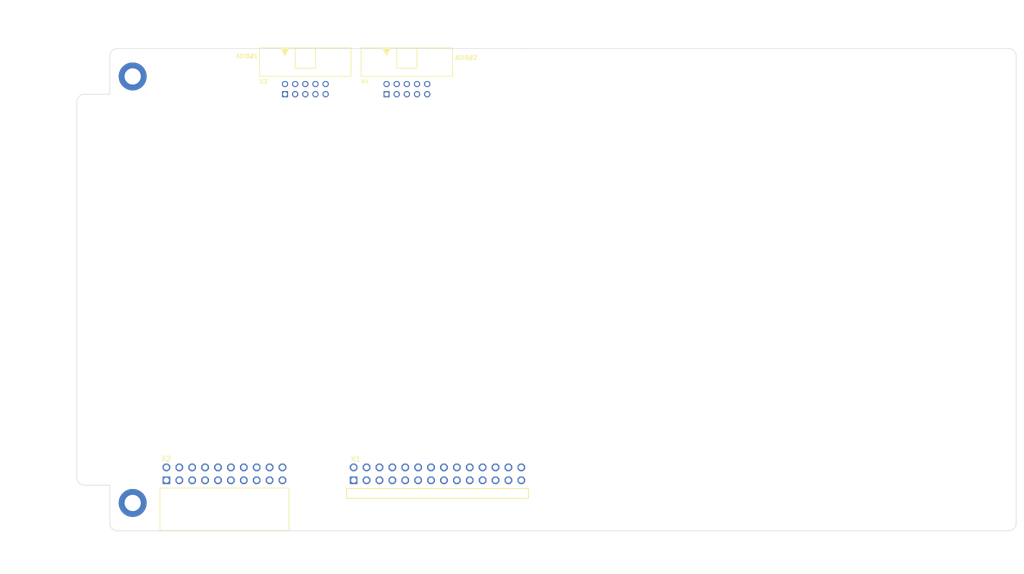
<source format=kicad_pcb>
(kicad_pcb (version 20221018) (generator pcbnew)
  (layers (0 "F.Cu" signal) (31 "B.Cu" signal) (34 "B.Paste" user) (35 "F.Paste" user) (36 "B.SilkS" user "B.Silkscreen") (37 "F.SilkS" user "F.Silkscreen") (38 "B.Mask" user) (39 "F.Mask" user) (44 "Edge.Cuts" user))
  (net 0 "")
  (footprint "PCM_EEZ_connectors:DS1014-10RF1B" (layer "F.Cu") (at 121 65.5)
    (fp_text reference "X4" (at -9.144 -1) (layer "F.SilkS") (effects (font (size 0.8128 0.8128) (thickness 0.1524) bold) (justify left bottom)))
    (fp_text value "87833-1032")
    (fp_line (start -9 -2.52) (end -9 -8.12) (stroke (width 0.1524)) (layer "F.SilkS"))
    (fp_line (start -2 -8.12) (end -9 -8.12) (stroke (width 0.1524)) (layer "F.SilkS"))
    (fp_line (start -2 -8.12) (end -2 -4.12) (stroke (width 0.1524)) (layer "F.SilkS"))
    (fp_line (start -2 -8.12) (end 2 -8.12) (stroke (width 0.1524)) (layer "F.SilkS"))
    (fp_line (start 2 -8.12) (end 2 -4.12) (stroke (width 0.1524)) (layer "F.SilkS"))
    (fp_line (start 2 -8.12) (end 9 -8.12) (stroke (width 0.1524)) (layer "F.SilkS"))
    (fp_line (start 2 -4.12) (end -2 -4.12) (stroke (width 0.1524)) (layer "F.SilkS"))
    (fp_line (start 9 -8.12) (end 9 -2.52) (stroke (width 0.1524)) (layer "F.SilkS"))
    (fp_line (start 9 -2.52) (end -9 -2.52) (stroke (width 0.1524)) (layer "F.SilkS"))
    (fp_poly (pts (xy -4 -6.465063) (xy -4.905833 -8.1635) (xy -3.094167 -8.1635)) (fill solid) (layer "F.SilkS"))
    (pad "1" thru_hole rect locked (at -4 1) (size 1.2 1.2) (drill 0.8) (layers "*.Cu" "*.Mask"))
    (pad "2" thru_hole roundrect locked (at -4 -1) (size 1.2 1.2) (drill 0.8) (layers "*.Cu" "*.Mask") (chamfer_ratio 0.2928932188) (chamfer top_left top_right bottom_left bottom_right))
    (pad "3" thru_hole roundrect locked (at -2 1) (size 1.2 1.2) (drill 0.8) (layers "*.Cu" "*.Mask") (chamfer_ratio 0.2928932188) (chamfer top_left top_right bottom_left bottom_right))
    (pad "4" thru_hole roundrect locked (at -2 -1) (size 1.2 1.2) (drill 0.8) (layers "*.Cu" "*.Mask") (chamfer_ratio 0.2928932188) (chamfer top_left top_right bottom_left bottom_right))
    (pad "5" thru_hole roundrect locked (at 0 1) (size 1.2 1.2) (drill 0.8) (layers "*.Cu" "*.Mask") (chamfer_ratio 0.2928932188) (chamfer top_left top_right bottom_left bottom_right))
    (pad "6" thru_hole roundrect locked (at 0 -1) (size 1.2 1.2) (drill 0.8) (layers "*.Cu" "*.Mask") (chamfer_ratio 0.2928932188) (chamfer top_left top_right bottom_left bottom_right))
    (pad "7" thru_hole roundrect locked (at 2 1) (size 1.2 1.2) (drill 0.8) (layers "*.Cu" "*.Mask") (chamfer_ratio 0.2928932188) (chamfer top_left top_right bottom_left bottom_right))
    (pad "8" thru_hole roundrect locked (at 2 -1) (size 1.2 1.2) (drill 0.8) (layers "*.Cu" "*.Mask") (chamfer_ratio 0.2928932188) (chamfer top_left top_right bottom_left bottom_right))
    (pad "9" thru_hole roundrect locked (at 4 1) (size 1.2 1.2) (drill 0.8) (layers "*.Cu" "*.Mask") (chamfer_ratio 0.2928932188) (chamfer top_left top_right bottom_left bottom_right))
    (pad "10" thru_hole roundrect locked (at 4 -1) (size 1.2 1.2) (drill 0.8) (layers "*.Cu" "*.Mask") (chamfer_ratio 0.2928932188) (chamfer top_left top_right bottom_left bottom_right))
  )
  (footprint "PCM_EEZ_connectors:77317-104-28LF" (layer "F.Cu") (at 143.54 140)
    (fp_text reference "X1" (at -33.655 -1.016) (layer "F.SilkS") (effects (font (size 1.016 1.016) (thickness 0.1524)) (justify left bottom)))
    (fp_text value "PH2RA-28-UA")
    (fp_line (start -34.419 4.17) (end -34.419 6.11) (stroke (width 0.2032)) (layer "F.SilkS"))
    (fp_line (start -34.419 6.11) (end 1.399 6.11) (stroke (width 0.2032)) (layer "F.SilkS"))
    (fp_line (start 1.399 4.17) (end -34.419 4.17) (stroke (width 0.2032)) (layer "F.SilkS"))
    (fp_line (start 1.399 6.11) (end 1.399 4.17) (stroke (width 0.2032)) (layer "F.SilkS"))
    (pad "1" thru_hole rect locked (at -33.02 2.54) (size 1.5 1.5) (drill 1) (layers "*.Cu" "*.Mask"))
    (pad "2" thru_hole roundrect locked (at -33.02 0) (size 1.5 1.5) (drill 1) (layers "*.Cu" "*.Mask") (chamfer_ratio 0.2928932188) (chamfer top_left top_right bottom_left bottom_right))
    (pad "3" thru_hole roundrect locked (at -30.48 2.54) (size 1.5 1.5) (drill 1) (layers "*.Cu" "*.Mask") (chamfer_ratio 0.2928932188) (chamfer top_left top_right bottom_left bottom_right))
    (pad "4" thru_hole roundrect locked (at -30.48 0) (size 1.5 1.5) (drill 1) (layers "*.Cu" "*.Mask") (chamfer_ratio 0.2928932188) (chamfer top_left top_right bottom_left bottom_right))
    (pad "5" thru_hole roundrect locked (at -27.94 2.54) (size 1.5 1.5) (drill 1) (layers "*.Cu" "*.Mask") (chamfer_ratio 0.2928932188) (chamfer top_left top_right bottom_left bottom_right))
    (pad "6" thru_hole roundrect locked (at -27.94 0) (size 1.5 1.5) (drill 1) (layers "*.Cu" "*.Mask") (chamfer_ratio 0.2928932188) (chamfer top_left top_right bottom_left bottom_right))
    (pad "7" thru_hole roundrect locked (at -25.4 2.54) (size 1.5 1.5) (drill 1) (layers "*.Cu" "*.Mask") (chamfer_ratio 0.2928932188) (chamfer top_left top_right bottom_left bottom_right))
    (pad "8" thru_hole roundrect locked (at -25.4 0) (size 1.5 1.5) (drill 1) (layers "*.Cu" "*.Mask") (chamfer_ratio 0.2928932188) (chamfer top_left top_right bottom_left bottom_right))
    (pad "9" thru_hole roundrect locked (at -22.86 2.54) (size 1.5 1.5) (drill 1) (layers "*.Cu" "*.Mask") (chamfer_ratio 0.2928932188) (chamfer top_left top_right bottom_left bottom_right))
    (pad "10" thru_hole roundrect locked (at -22.86 0) (size 1.5 1.5) (drill 1) (layers "*.Cu" "*.Mask") (chamfer_ratio 0.2928932188) (chamfer top_left top_right bottom_left bottom_right))
    (pad "11" thru_hole roundrect locked (at -20.32 2.54) (size 1.5 1.5) (drill 1) (layers "*.Cu" "*.Mask") (chamfer_ratio 0.2928932188) (chamfer top_left top_right bottom_left bottom_right))
    (pad "12" thru_hole roundrect locked (at -20.32 0) (size 1.5 1.5) (drill 1) (layers "*.Cu" "*.Mask") (chamfer_ratio 0.2928932188) (chamfer top_left top_right bottom_left bottom_right))
    (pad "13" thru_hole roundrect locked (at -17.78 2.54) (size 1.5 1.5) (drill 1) (layers "*.Cu" "*.Mask") (chamfer_ratio 0.2928932188) (chamfer top_left top_right bottom_left bottom_right))
    (pad "14" thru_hole roundrect locked (at -17.78 0) (size 1.5 1.5) (drill 1) (layers "*.Cu" "*.Mask") (chamfer_ratio 0.2928932188) (chamfer top_left top_right bottom_left bottom_right))
    (pad "15" thru_hole roundrect locked (at -15.24 2.54) (size 1.5 1.5) (drill 1) (layers "*.Cu" "*.Mask") (chamfer_ratio 0.2928932188) (chamfer top_left top_right bottom_left bottom_right))
    (pad "16" thru_hole roundrect locked (at -15.24 0) (size 1.5 1.5) (drill 1) (layers "*.Cu" "*.Mask") (chamfer_ratio 0.2928932188) (chamfer top_left top_right bottom_left bottom_right))
    (pad "17" thru_hole roundrect locked (at -12.7 2.54) (size 1.5 1.5) (drill 1) (layers "*.Cu" "*.Mask") (chamfer_ratio 0.2928932188) (chamfer top_left top_right bottom_left bottom_right))
    (pad "18" thru_hole roundrect locked (at -12.7 0) (size 1.5 1.5) (drill 1) (layers "*.Cu" "*.Mask") (chamfer_ratio 0.2928932188) (chamfer top_left top_right bottom_left bottom_right))
    (pad "19" thru_hole roundrect locked (at -10.16 2.54) (size 1.5 1.5) (drill 1) (layers "*.Cu" "*.Mask") (chamfer_ratio 0.2928932188) (chamfer top_left top_right bottom_left bottom_right))
    (pad "20" thru_hole roundrect locked (at -10.16 0) (size 1.5 1.5) (drill 1) (layers "*.Cu" "*.Mask") (chamfer_ratio 0.2928932188) (chamfer top_left top_right bottom_left bottom_right))
    (pad "21" thru_hole roundrect locked (at -7.62 2.54) (size 1.5 1.5) (drill 1) (layers "*.Cu" "*.Mask") (chamfer_ratio 0.2928932188) (chamfer top_left top_right bottom_left bottom_right))
    (pad "22" thru_hole roundrect locked (at -7.62 0) (size 1.5 1.5) (drill 1) (layers "*.Cu" "*.Mask") (chamfer_ratio 0.2928932188) (chamfer top_left top_right bottom_left bottom_right))
    (pad "23" thru_hole roundrect locked (at -5.08 2.54) (size 1.5 1.5) (drill 1) (layers "*.Cu" "*.Mask") (chamfer_ratio 0.2928932188) (chamfer top_left top_right bottom_left bottom_right))
    (pad "24" thru_hole roundrect locked (at -5.08 0) (size 1.5 1.5) (drill 1) (layers "*.Cu" "*.Mask") (chamfer_ratio 0.2928932188) (chamfer top_left top_right bottom_left bottom_right))
    (pad "25" thru_hole roundrect locked (at -2.54 2.54) (size 1.5 1.5) (drill 1) (layers "*.Cu" "*.Mask") (chamfer_ratio 0.2928932188) (chamfer top_left top_right bottom_left bottom_right))
    (pad "26" thru_hole roundrect locked (at -2.54 0) (size 1.5 1.5) (drill 1) (layers "*.Cu" "*.Mask") (chamfer_ratio 0.2928932188) (chamfer top_left top_right bottom_left bottom_right))
    (pad "27" thru_hole roundrect locked (at 0 2.54) (size 1.5 1.5) (drill 1) (layers "*.Cu" "*.Mask") (chamfer_ratio 0.2928932188) (chamfer top_left top_right bottom_left bottom_right))
    (pad "28" thru_hole roundrect locked (at 0 0) (size 1.5 1.5) (drill 1) (layers "*.Cu" "*.Mask") (chamfer_ratio 0.2928932188) (chamfer top_left top_right bottom_left bottom_right))
  )
  (footprint "PCM_EEZ_unsorted:PCB-MB-01" (layer "F.Cu") (at 67.0011 63.0036)
    (fp_text reference "KK1" hide)
    (fp_text value "PCB-MB")
    (pad "" thru_hole circle locked (at 0 0) (size 5.5 5.5) (drill 3.2) (layers "*.Cu" "*.Mask"))
  )
  (footprint "PCM_EEZ_unsorted:PCB-MB-01" (layer "F.Cu") (at 67.0011 147.0036)
    (fp_text reference "KK2" hide)
    (fp_text value "PCB-MB")
    (pad "" thru_hole circle locked (at 0 0) (size 5.5 5.5) (drill 3.2) (layers "*.Cu" "*.Mask"))
  )
  (footprint "PCM_EEZ_connectors:DS1014-10RF1B" (layer "F.Cu") (at 101 65.5)
    (fp_text reference "X3" (at -9.144 -1) (layer "F.SilkS") (effects (font (size 0.8128 0.8128) (thickness 0.1524) bold) (justify left bottom)))
    (fp_text value "87833-1032")
    (fp_line (start -9 -2.52) (end -9 -8.12) (stroke (width 0.1524)) (layer "F.SilkS"))
    (fp_line (start -2 -8.12) (end -9 -8.12) (stroke (width 0.1524)) (layer "F.SilkS"))
    (fp_line (start -2 -8.12) (end -2 -4.12) (stroke (width 0.1524)) (layer "F.SilkS"))
    (fp_line (start -2 -8.12) (end 2 -8.12) (stroke (width 0.1524)) (layer "F.SilkS"))
    (fp_line (start 2 -8.12) (end 2 -4.12) (stroke (width 0.1524)) (layer "F.SilkS"))
    (fp_line (start 2 -8.12) (end 9 -8.12) (stroke (width 0.1524)) (layer "F.SilkS"))
    (fp_line (start 2 -4.12) (end -2 -4.12) (stroke (width 0.1524)) (layer "F.SilkS"))
    (fp_line (start 9 -8.12) (end 9 -2.52) (stroke (width 0.1524)) (layer "F.SilkS"))
    (fp_line (start 9 -2.52) (end -9 -2.52) (stroke (width 0.1524)) (layer "F.SilkS"))
    (fp_poly (pts (xy -4 -6.465063) (xy -4.905833 -8.1635) (xy -3.094167 -8.1635)) (fill solid) (layer "F.SilkS"))
    (pad "1" thru_hole rect locked (at -4 1) (size 1.2 1.2) (drill 0.8) (layers "*.Cu" "*.Mask"))
    (pad "2" thru_hole roundrect locked (at -4 -1) (size 1.2 1.2) (drill 0.8) (layers "*.Cu" "*.Mask") (chamfer_ratio 0.2928932188) (chamfer top_left top_right bottom_left bottom_right))
    (pad "3" thru_hole roundrect locked (at -2 1) (size 1.2 1.2) (drill 0.8) (layers "*.Cu" "*.Mask") (chamfer_ratio 0.2928932188) (chamfer top_left top_right bottom_left bottom_right))
    (pad "4" thru_hole roundrect locked (at -2 -1) (size 1.2 1.2) (drill 0.8) (layers "*.Cu" "*.Mask") (chamfer_ratio 0.2928932188) (chamfer top_left top_right bottom_left bottom_right))
    (pad "5" thru_hole roundrect locked (at 0 1) (size 1.2 1.2) (drill 0.8) (layers "*.Cu" "*.Mask") (chamfer_ratio 0.2928932188) (chamfer top_left top_right bottom_left bottom_right))
    (pad "6" thru_hole roundrect locked (at 0 -1) (size 1.2 1.2) (drill 0.8) (layers "*.Cu" "*.Mask") (chamfer_ratio 0.2928932188) (chamfer top_left top_right bottom_left bottom_right))
    (pad "7" thru_hole roundrect locked (at 2 1) (size 1.2 1.2) (drill 0.8) (layers "*.Cu" "*.Mask") (chamfer_ratio 0.2928932188) (chamfer top_left top_right bottom_left bottom_right))
    (pad "8" thru_hole roundrect locked (at 2 -1) (size 1.2 1.2) (drill 0.8) (layers "*.Cu" "*.Mask") (chamfer_ratio 0.2928932188) (chamfer top_left top_right bottom_left bottom_right))
    (pad "9" thru_hole roundrect locked (at 4 1) (size 1.2 1.2) (drill 0.8) (layers "*.Cu" "*.Mask") (chamfer_ratio 0.2928932188) (chamfer top_left top_right bottom_left bottom_right))
    (pad "10" thru_hole roundrect locked (at 4 -1) (size 1.2 1.2) (drill 0.8) (layers "*.Cu" "*.Mask") (chamfer_ratio 0.2928932188) (chamfer top_left top_right bottom_left bottom_right))
  )
  (footprint "PCM_EEZ_connectors:SSW-110-02-T-D-RA" (layer "F.Cu") (at 96.5 140 180)
    (fp_text reference locked "X2" (at 21.824 1.1255) (layer "F.SilkS") (effects (font (size 1.016 1.016) (thickness 0.1524)) (justify right bottom)))
    (fp_text value "ZL263-20DG")
    (fp_line (start -1.27 -12.446) (end -1.27 -4.064) (stroke (width 0.1524)) (layer "F.SilkS"))
    (fp_line (start -1.27 -4.064) (end 24.13 -4.064) (stroke (width 0.1524)) (layer "F.SilkS"))
    (fp_line (start 24.13 -12.446) (end -1.27 -12.446) (stroke (width 0.1524)) (layer "F.SilkS"))
    (fp_line (start 24.13 -4.064) (end 24.13 -12.446) (stroke (width 0.1524)) (layer "F.SilkS"))
    (pad "1" thru_hole rect locked (at 22.86 -2.54 180) (size 1.5 1.5) (drill 1) (layers "*.Cu" "*.Mask"))
    (pad "2" thru_hole roundrect locked (at 22.86 0 180) (size 1.5 1.5) (drill 1) (layers "*.Cu" "*.Mask") (chamfer_ratio 0.2928932188) (chamfer top_left top_right bottom_left bottom_right))
    (pad "3" thru_hole roundrect locked (at 20.32 -2.54 180) (size 1.5 1.5) (drill 1) (layers "*.Cu" "*.Mask") (chamfer_ratio 0.2928932188) (chamfer top_left top_right bottom_left bottom_right))
    (pad "4" thru_hole roundrect locked (at 20.32 0 180) (size 1.5 1.5) (drill 1) (layers "*.Cu" "*.Mask") (chamfer_ratio 0.2928932188) (chamfer top_left top_right bottom_left bottom_right))
    (pad "5" thru_hole roundrect locked (at 17.78 -2.54 180) (size 1.5 1.5) (drill 1) (layers "*.Cu" "*.Mask") (chamfer_ratio 0.2928932188) (chamfer top_left top_right bottom_left bottom_right))
    (pad "6" thru_hole roundrect locked (at 17.78 0 180) (size 1.5 1.5) (drill 1) (layers "*.Cu" "*.Mask") (chamfer_ratio 0.2928932188) (chamfer top_left top_right bottom_left bottom_right))
    (pad "7" thru_hole roundrect locked (at 15.24 -2.54 180) (size 1.5 1.5) (drill 1) (layers "*.Cu" "*.Mask") (chamfer_ratio 0.2928932188) (chamfer top_left top_right bottom_left bottom_right))
    (pad "8" thru_hole roundrect locked (at 15.24 0 180) (size 1.5 1.5) (drill 1) (layers "*.Cu" "*.Mask") (chamfer_ratio 0.2928932188) (chamfer top_left top_right bottom_left bottom_right))
    (pad "9" thru_hole roundrect locked (at 12.7 -2.54 180) (size 1.5 1.5) (drill 1) (layers "*.Cu" "*.Mask") (chamfer_ratio 0.2928932188) (chamfer top_left top_right bottom_left bottom_right))
    (pad "10" thru_hole roundrect locked (at 12.7 0 180) (size 1.5 1.5) (drill 1) (layers "*.Cu" "*.Mask") (chamfer_ratio 0.2928932188) (chamfer top_left top_right bottom_left bottom_right))
    (pad "11" thru_hole roundrect locked (at 10.16 -2.54 180) (size 1.5 1.5) (drill 1) (layers "*.Cu" "*.Mask") (chamfer_ratio 0.2928932188) (chamfer top_left top_right bottom_left bottom_right))
    (pad "12" thru_hole roundrect locked (at 10.16 0 180) (size 1.5 1.5) (drill 1) (layers "*.Cu" "*.Mask") (chamfer_ratio 0.2928932188) (chamfer top_left top_right bottom_left bottom_right))
    (pad "13" thru_hole roundrect locked (at 7.62 -2.54 180) (size 1.5 1.5) (drill 1) (layers "*.Cu" "*.Mask") (chamfer_ratio 0.2928932188) (chamfer top_left top_right bottom_left bottom_right))
    (pad "14" thru_hole roundrect locked (at 7.62 0 180) (size 1.5 1.5) (drill 1) (layers "*.Cu" "*.Mask") (chamfer_ratio 0.2928932188) (chamfer top_left top_right bottom_left bottom_right))
    (pad "15" thru_hole roundrect locked (at 5.08 -2.54 180) (size 1.5 1.5) (drill 1) (layers "*.Cu" "*.Mask") (chamfer_ratio 0.2928932188) (chamfer top_left top_right bottom_left bottom_right))
    (pad "16" thru_hole roundrect locked (at 5.08 0 180) (size 1.5 1.5) (drill 1) (layers "*.Cu" "*.Mask") (chamfer_ratio 0.2928932188) (chamfer top_left top_right bottom_left bottom_right))
    (pad "17" thru_hole roundrect locked (at 2.54 -2.54 180) (size 1.5 1.5) (drill 1) (layers "*.Cu" "*.Mask") (chamfer_ratio 0.2928932188) (chamfer top_left top_right bottom_left bottom_right))
    (pad "18" thru_hole roundrect locked (at 2.54 0 180) (size 1.5 1.5) (drill 1) (layers "*.Cu" "*.Mask") (chamfer_ratio 0.2928932188) (chamfer top_left top_right bottom_left bottom_right))
    (pad "19" thru_hole roundrect locked (at 0 -2.54 180) (size 1.5 1.5) (drill 1) (layers "*.Cu" "*.Mask") (chamfer_ratio 0.2928932188) (chamfer top_left top_right bottom_left bottom_right))
    (pad "20" thru_hole roundrect locked (at 0 0 180) (size 1.5 1.5) (drill 1) (layers "*.Cu" "*.Mask") (chamfer_ratio 0.2928932188) (chamfer top_left top_right bottom_left bottom_right))
  )
  (gr_line (start 239.5011 152.5036) (end 144.5011 152.5036) (stroke (width 0.1)) (layer "Edge.Cuts"))
  (gr_line locked (start 62.5011 151.0036) (end 62.5011 143.5036) (stroke (width 0.1)) (layer "Edge.Cuts"))
  (gr_line locked (start 62.5011 66.5036) (end 62.5011 59.0036) (stroke (width 0.1)) (layer "Edge.Cuts"))
  (gr_arc locked (start 57.5011 143.5036) (mid 56.44044 143.06426) (end 56.0011 142.0036) (stroke (width 0.1)) (layer "Edge.Cuts"))
  (gr_line locked (start 62.5011 143.5036) (end 57.5011 143.5036) (stroke (width 0.1)) (layer "Edge.Cuts"))
  (gr_arc (start 241.0011 151.0036) (mid 240.56176 152.06426) (end 239.5011 152.5036) (stroke (width 0.1)) (layer "Edge.Cuts"))
  (gr_arc locked (start 62.5011 59.0036) (mid 62.94044 57.94294) (end 64.0011 57.5036) (stroke (width 0.1)) (layer "Edge.Cuts"))
  (gr_line (start 144.5011 57.5036) (end 239.5011 57.5036) (stroke (width 0.1)) (layer "Edge.Cuts"))
  (gr_arc (start 239.5011 57.5036) (mid 240.56176 57.94294) (end 241.0011 59.0036) (stroke (width 0.1)) (layer "Edge.Cuts"))
  (gr_line (start 64.0011 57.5036) (end 144.5011 57.5036) (stroke (width 0.1)) (layer "Edge.Cuts"))
  (gr_arc locked (start 64.0011 152.5036) (mid 62.94044 152.06426) (end 62.5011 151.0036) (stroke (width 0.1)) (layer "Edge.Cuts"))
  (gr_line locked (start 62.5011 66.5036) (end 57.5011 66.5036) (stroke (width 0.1)) (layer "Edge.Cuts"))
  (gr_line locked (start 56.0011 142.0036) (end 56.0011 68.0036) (stroke (width 0.1)) (layer "Edge.Cuts"))
  (gr_line (start 241.0011 151.0036) (end 241.0011 59.0036) (stroke (width 0.1)) (layer "Edge.Cuts"))
  (gr_arc locked (start 56.0011 68.0036) (mid 56.44044 66.94294) (end 57.5011 66.5036) (stroke (width 0.1)) (layer "Edge.Cuts"))
  (gr_line (start 144.5011 152.5036) (end 64.0011 152.5036) (stroke (width 0.1)) (layer "Edge.Cuts"))
  (gr_text "ADIB#1" (at 91.7506 58.5236) (layer "F.SilkS") (effects (font (size 0.8128 0.8128) (thickness 0.1524) bold) (justify right top)))
  (gr_text "ADIB#2" (at 130.4221 59.7936) (layer "F.SilkS") (effects (font (size 0.8128 0.8128) (thickness 0.1524) bold) (justify left bottom)))
)
</source>
